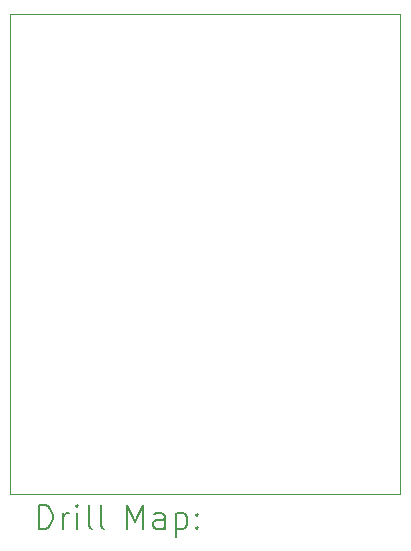
<source format=gbr>
%TF.GenerationSoftware,KiCad,Pcbnew,(7.0.0)*%
%TF.CreationDate,2023-02-16T14:42:32-08:00*%
%TF.ProjectId,Lab 4 E2,4c616220-3420-4453-922e-6b696361645f,rev?*%
%TF.SameCoordinates,Original*%
%TF.FileFunction,Drillmap*%
%TF.FilePolarity,Positive*%
%FSLAX45Y45*%
G04 Gerber Fmt 4.5, Leading zero omitted, Abs format (unit mm)*
G04 Created by KiCad (PCBNEW (7.0.0)) date 2023-02-16 14:42:32*
%MOMM*%
%LPD*%
G01*
G04 APERTURE LIST*
%ADD10C,0.100000*%
%ADD11C,0.200000*%
G04 APERTURE END LIST*
D10*
X4064000Y-2032000D02*
X7366000Y-2032000D01*
X7366000Y-2032000D02*
X7366000Y-6096000D01*
X7366000Y-6096000D02*
X4064000Y-6096000D01*
X4064000Y-6096000D02*
X4064000Y-2032000D01*
D11*
X4306619Y-6394476D02*
X4306619Y-6194476D01*
X4306619Y-6194476D02*
X4354238Y-6194476D01*
X4354238Y-6194476D02*
X4382810Y-6204000D01*
X4382810Y-6204000D02*
X4401857Y-6223048D01*
X4401857Y-6223048D02*
X4411381Y-6242095D01*
X4411381Y-6242095D02*
X4420905Y-6280190D01*
X4420905Y-6280190D02*
X4420905Y-6308762D01*
X4420905Y-6308762D02*
X4411381Y-6346857D01*
X4411381Y-6346857D02*
X4401857Y-6365905D01*
X4401857Y-6365905D02*
X4382810Y-6384952D01*
X4382810Y-6384952D02*
X4354238Y-6394476D01*
X4354238Y-6394476D02*
X4306619Y-6394476D01*
X4506619Y-6394476D02*
X4506619Y-6261143D01*
X4506619Y-6299238D02*
X4516143Y-6280190D01*
X4516143Y-6280190D02*
X4525667Y-6270667D01*
X4525667Y-6270667D02*
X4544714Y-6261143D01*
X4544714Y-6261143D02*
X4563762Y-6261143D01*
X4630429Y-6394476D02*
X4630429Y-6261143D01*
X4630429Y-6194476D02*
X4620905Y-6204000D01*
X4620905Y-6204000D02*
X4630429Y-6213524D01*
X4630429Y-6213524D02*
X4639952Y-6204000D01*
X4639952Y-6204000D02*
X4630429Y-6194476D01*
X4630429Y-6194476D02*
X4630429Y-6213524D01*
X4754238Y-6394476D02*
X4735190Y-6384952D01*
X4735190Y-6384952D02*
X4725667Y-6365905D01*
X4725667Y-6365905D02*
X4725667Y-6194476D01*
X4859000Y-6394476D02*
X4839952Y-6384952D01*
X4839952Y-6384952D02*
X4830429Y-6365905D01*
X4830429Y-6365905D02*
X4830429Y-6194476D01*
X5055190Y-6394476D02*
X5055190Y-6194476D01*
X5055190Y-6194476D02*
X5121857Y-6337333D01*
X5121857Y-6337333D02*
X5188524Y-6194476D01*
X5188524Y-6194476D02*
X5188524Y-6394476D01*
X5369476Y-6394476D02*
X5369476Y-6289714D01*
X5369476Y-6289714D02*
X5359952Y-6270667D01*
X5359952Y-6270667D02*
X5340905Y-6261143D01*
X5340905Y-6261143D02*
X5302809Y-6261143D01*
X5302809Y-6261143D02*
X5283762Y-6270667D01*
X5369476Y-6384952D02*
X5350429Y-6394476D01*
X5350429Y-6394476D02*
X5302809Y-6394476D01*
X5302809Y-6394476D02*
X5283762Y-6384952D01*
X5283762Y-6384952D02*
X5274238Y-6365905D01*
X5274238Y-6365905D02*
X5274238Y-6346857D01*
X5274238Y-6346857D02*
X5283762Y-6327809D01*
X5283762Y-6327809D02*
X5302809Y-6318286D01*
X5302809Y-6318286D02*
X5350429Y-6318286D01*
X5350429Y-6318286D02*
X5369476Y-6308762D01*
X5464714Y-6261143D02*
X5464714Y-6461143D01*
X5464714Y-6270667D02*
X5483762Y-6261143D01*
X5483762Y-6261143D02*
X5521857Y-6261143D01*
X5521857Y-6261143D02*
X5540905Y-6270667D01*
X5540905Y-6270667D02*
X5550429Y-6280190D01*
X5550429Y-6280190D02*
X5559952Y-6299238D01*
X5559952Y-6299238D02*
X5559952Y-6356381D01*
X5559952Y-6356381D02*
X5550429Y-6375428D01*
X5550429Y-6375428D02*
X5540905Y-6384952D01*
X5540905Y-6384952D02*
X5521857Y-6394476D01*
X5521857Y-6394476D02*
X5483762Y-6394476D01*
X5483762Y-6394476D02*
X5464714Y-6384952D01*
X5645667Y-6375428D02*
X5655190Y-6384952D01*
X5655190Y-6384952D02*
X5645667Y-6394476D01*
X5645667Y-6394476D02*
X5636143Y-6384952D01*
X5636143Y-6384952D02*
X5645667Y-6375428D01*
X5645667Y-6375428D02*
X5645667Y-6394476D01*
X5645667Y-6270667D02*
X5655190Y-6280190D01*
X5655190Y-6280190D02*
X5645667Y-6289714D01*
X5645667Y-6289714D02*
X5636143Y-6280190D01*
X5636143Y-6280190D02*
X5645667Y-6270667D01*
X5645667Y-6270667D02*
X5645667Y-6289714D01*
M02*

</source>
